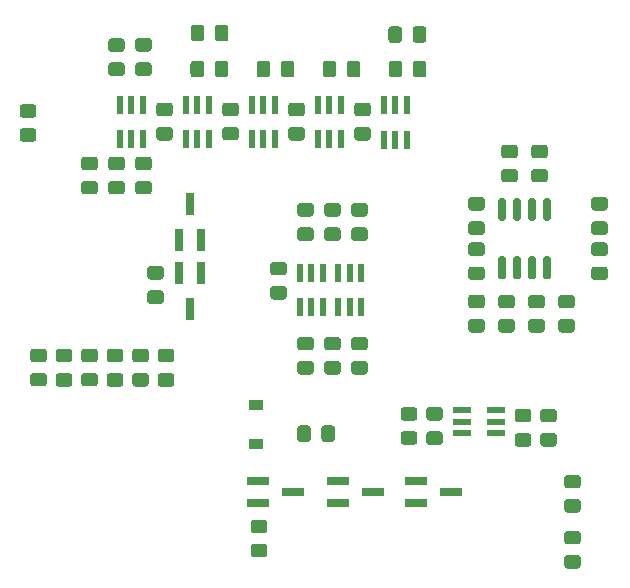
<source format=gbr>
G04 #@! TF.GenerationSoftware,KiCad,Pcbnew,5.1.6-c6e7f7d~87~ubuntu18.04.1*
G04 #@! TF.CreationDate,2020-08-02T08:38:56-04:00*
G04 #@! TF.ProjectId,minimoog_LPF,6d696e69-6d6f-46f6-975f-4c50462e6b69,0*
G04 #@! TF.SameCoordinates,Original*
G04 #@! TF.FileFunction,Paste,Top*
G04 #@! TF.FilePolarity,Positive*
%FSLAX46Y46*%
G04 Gerber Fmt 4.6, Leading zero omitted, Abs format (unit mm)*
G04 Created by KiCad (PCBNEW 5.1.6-c6e7f7d~87~ubuntu18.04.1) date 2020-08-02 08:38:56*
%MOMM*%
%LPD*%
G01*
G04 APERTURE LIST*
%ADD10R,0.800000X1.900000*%
%ADD11R,1.900000X0.800000*%
%ADD12R,1.500000X0.550000*%
%ADD13R,0.550000X1.500000*%
%ADD14R,1.200000X0.900000*%
G04 APERTURE END LIST*
D10*
X147447000Y-93877000D03*
X148397000Y-96877000D03*
X146497000Y-96877000D03*
X147447000Y-102719000D03*
X146497000Y-99719000D03*
X148397000Y-99719000D03*
G36*
G01*
X177523000Y-98274000D02*
X177823000Y-98274000D01*
G75*
G02*
X177973000Y-98424000I0J-150000D01*
G01*
X177973000Y-100074000D01*
G75*
G02*
X177823000Y-100224000I-150000J0D01*
G01*
X177523000Y-100224000D01*
G75*
G02*
X177373000Y-100074000I0J150000D01*
G01*
X177373000Y-98424000D01*
G75*
G02*
X177523000Y-98274000I150000J0D01*
G01*
G37*
G36*
G01*
X176253000Y-98274000D02*
X176553000Y-98274000D01*
G75*
G02*
X176703000Y-98424000I0J-150000D01*
G01*
X176703000Y-100074000D01*
G75*
G02*
X176553000Y-100224000I-150000J0D01*
G01*
X176253000Y-100224000D01*
G75*
G02*
X176103000Y-100074000I0J150000D01*
G01*
X176103000Y-98424000D01*
G75*
G02*
X176253000Y-98274000I150000J0D01*
G01*
G37*
G36*
G01*
X174983000Y-98274000D02*
X175283000Y-98274000D01*
G75*
G02*
X175433000Y-98424000I0J-150000D01*
G01*
X175433000Y-100074000D01*
G75*
G02*
X175283000Y-100224000I-150000J0D01*
G01*
X174983000Y-100224000D01*
G75*
G02*
X174833000Y-100074000I0J150000D01*
G01*
X174833000Y-98424000D01*
G75*
G02*
X174983000Y-98274000I150000J0D01*
G01*
G37*
G36*
G01*
X173713000Y-98274000D02*
X174013000Y-98274000D01*
G75*
G02*
X174163000Y-98424000I0J-150000D01*
G01*
X174163000Y-100074000D01*
G75*
G02*
X174013000Y-100224000I-150000J0D01*
G01*
X173713000Y-100224000D01*
G75*
G02*
X173563000Y-100074000I0J150000D01*
G01*
X173563000Y-98424000D01*
G75*
G02*
X173713000Y-98274000I150000J0D01*
G01*
G37*
G36*
G01*
X173713000Y-93324000D02*
X174013000Y-93324000D01*
G75*
G02*
X174163000Y-93474000I0J-150000D01*
G01*
X174163000Y-95124000D01*
G75*
G02*
X174013000Y-95274000I-150000J0D01*
G01*
X173713000Y-95274000D01*
G75*
G02*
X173563000Y-95124000I0J150000D01*
G01*
X173563000Y-93474000D01*
G75*
G02*
X173713000Y-93324000I150000J0D01*
G01*
G37*
G36*
G01*
X174983000Y-93324000D02*
X175283000Y-93324000D01*
G75*
G02*
X175433000Y-93474000I0J-150000D01*
G01*
X175433000Y-95124000D01*
G75*
G02*
X175283000Y-95274000I-150000J0D01*
G01*
X174983000Y-95274000D01*
G75*
G02*
X174833000Y-95124000I0J150000D01*
G01*
X174833000Y-93474000D01*
G75*
G02*
X174983000Y-93324000I150000J0D01*
G01*
G37*
G36*
G01*
X176253000Y-93324000D02*
X176553000Y-93324000D01*
G75*
G02*
X176703000Y-93474000I0J-150000D01*
G01*
X176703000Y-95124000D01*
G75*
G02*
X176553000Y-95274000I-150000J0D01*
G01*
X176253000Y-95274000D01*
G75*
G02*
X176103000Y-95124000I0J150000D01*
G01*
X176103000Y-93474000D01*
G75*
G02*
X176253000Y-93324000I150000J0D01*
G01*
G37*
G36*
G01*
X177523000Y-93324000D02*
X177823000Y-93324000D01*
G75*
G02*
X177973000Y-93474000I0J-150000D01*
G01*
X177973000Y-95124000D01*
G75*
G02*
X177823000Y-95274000I-150000J0D01*
G01*
X177523000Y-95274000D01*
G75*
G02*
X177373000Y-95124000I0J150000D01*
G01*
X177373000Y-93474000D01*
G75*
G02*
X177523000Y-93324000I150000J0D01*
G01*
G37*
G36*
G01*
X157674000Y-112833999D02*
X157674000Y-113734001D01*
G75*
G02*
X157424001Y-113984000I-249999J0D01*
G01*
X156773999Y-113984000D01*
G75*
G02*
X156524000Y-113734001I0J249999D01*
G01*
X156524000Y-112833999D01*
G75*
G02*
X156773999Y-112584000I249999J0D01*
G01*
X157424001Y-112584000D01*
G75*
G02*
X157674000Y-112833999I0J-249999D01*
G01*
G37*
G36*
G01*
X159724000Y-112833999D02*
X159724000Y-113734001D01*
G75*
G02*
X159474001Y-113984000I-249999J0D01*
G01*
X158823999Y-113984000D01*
G75*
G02*
X158574000Y-113734001I0J249999D01*
G01*
X158574000Y-112833999D01*
G75*
G02*
X158823999Y-112584000I249999J0D01*
G01*
X159474001Y-112584000D01*
G75*
G02*
X159724000Y-112833999I0J-249999D01*
G01*
G37*
G36*
G01*
X152838999Y-122615000D02*
X153739001Y-122615000D01*
G75*
G02*
X153989000Y-122864999I0J-249999D01*
G01*
X153989000Y-123515001D01*
G75*
G02*
X153739001Y-123765000I-249999J0D01*
G01*
X152838999Y-123765000D01*
G75*
G02*
X152589000Y-123515001I0J249999D01*
G01*
X152589000Y-122864999D01*
G75*
G02*
X152838999Y-122615000I249999J0D01*
G01*
G37*
G36*
G01*
X152838999Y-120565000D02*
X153739001Y-120565000D01*
G75*
G02*
X153989000Y-120814999I0J-249999D01*
G01*
X153989000Y-121465001D01*
G75*
G02*
X153739001Y-121715000I-249999J0D01*
G01*
X152838999Y-121715000D01*
G75*
G02*
X152589000Y-121465001I0J249999D01*
G01*
X152589000Y-120814999D01*
G75*
G02*
X152838999Y-120565000I249999J0D01*
G01*
G37*
G36*
G01*
X165538999Y-113090000D02*
X166439001Y-113090000D01*
G75*
G02*
X166689000Y-113339999I0J-249999D01*
G01*
X166689000Y-113990001D01*
G75*
G02*
X166439001Y-114240000I-249999J0D01*
G01*
X165538999Y-114240000D01*
G75*
G02*
X165289000Y-113990001I0J249999D01*
G01*
X165289000Y-113339999D01*
G75*
G02*
X165538999Y-113090000I249999J0D01*
G01*
G37*
G36*
G01*
X165538999Y-111040000D02*
X166439001Y-111040000D01*
G75*
G02*
X166689000Y-111289999I0J-249999D01*
G01*
X166689000Y-111940001D01*
G75*
G02*
X166439001Y-112190000I-249999J0D01*
G01*
X165538999Y-112190000D01*
G75*
G02*
X165289000Y-111940001I0J249999D01*
G01*
X165289000Y-111289999D01*
G75*
G02*
X165538999Y-111040000I249999J0D01*
G01*
G37*
G36*
G01*
X167697999Y-113090000D02*
X168598001Y-113090000D01*
G75*
G02*
X168848000Y-113339999I0J-249999D01*
G01*
X168848000Y-113990001D01*
G75*
G02*
X168598001Y-114240000I-249999J0D01*
G01*
X167697999Y-114240000D01*
G75*
G02*
X167448000Y-113990001I0J249999D01*
G01*
X167448000Y-113339999D01*
G75*
G02*
X167697999Y-113090000I249999J0D01*
G01*
G37*
G36*
G01*
X167697999Y-111040000D02*
X168598001Y-111040000D01*
G75*
G02*
X168848000Y-111289999I0J-249999D01*
G01*
X168848000Y-111940001D01*
G75*
G02*
X168598001Y-112190000I-249999J0D01*
G01*
X167697999Y-112190000D01*
G75*
G02*
X167448000Y-111940001I0J249999D01*
G01*
X167448000Y-111289999D01*
G75*
G02*
X167697999Y-111040000I249999J0D01*
G01*
G37*
G36*
G01*
X176333999Y-103583000D02*
X177234001Y-103583000D01*
G75*
G02*
X177484000Y-103832999I0J-249999D01*
G01*
X177484000Y-104483001D01*
G75*
G02*
X177234001Y-104733000I-249999J0D01*
G01*
X176333999Y-104733000D01*
G75*
G02*
X176084000Y-104483001I0J249999D01*
G01*
X176084000Y-103832999D01*
G75*
G02*
X176333999Y-103583000I249999J0D01*
G01*
G37*
G36*
G01*
X176333999Y-101533000D02*
X177234001Y-101533000D01*
G75*
G02*
X177484000Y-101782999I0J-249999D01*
G01*
X177484000Y-102433001D01*
G75*
G02*
X177234001Y-102683000I-249999J0D01*
G01*
X176333999Y-102683000D01*
G75*
G02*
X176084000Y-102433001I0J249999D01*
G01*
X176084000Y-101782999D01*
G75*
G02*
X176333999Y-101533000I249999J0D01*
G01*
G37*
G36*
G01*
X173793999Y-103583000D02*
X174694001Y-103583000D01*
G75*
G02*
X174944000Y-103832999I0J-249999D01*
G01*
X174944000Y-104483001D01*
G75*
G02*
X174694001Y-104733000I-249999J0D01*
G01*
X173793999Y-104733000D01*
G75*
G02*
X173544000Y-104483001I0J249999D01*
G01*
X173544000Y-103832999D01*
G75*
G02*
X173793999Y-103583000I249999J0D01*
G01*
G37*
G36*
G01*
X173793999Y-101533000D02*
X174694001Y-101533000D01*
G75*
G02*
X174944000Y-101782999I0J-249999D01*
G01*
X174944000Y-102433001D01*
G75*
G02*
X174694001Y-102683000I-249999J0D01*
G01*
X173793999Y-102683000D01*
G75*
G02*
X173544000Y-102433001I0J249999D01*
G01*
X173544000Y-101782999D01*
G75*
G02*
X173793999Y-101533000I249999J0D01*
G01*
G37*
G36*
G01*
X175190999Y-113235000D02*
X176091001Y-113235000D01*
G75*
G02*
X176341000Y-113484999I0J-249999D01*
G01*
X176341000Y-114135001D01*
G75*
G02*
X176091001Y-114385000I-249999J0D01*
G01*
X175190999Y-114385000D01*
G75*
G02*
X174941000Y-114135001I0J249999D01*
G01*
X174941000Y-113484999D01*
G75*
G02*
X175190999Y-113235000I249999J0D01*
G01*
G37*
G36*
G01*
X175190999Y-111185000D02*
X176091001Y-111185000D01*
G75*
G02*
X176341000Y-111434999I0J-249999D01*
G01*
X176341000Y-112085001D01*
G75*
G02*
X176091001Y-112335000I-249999J0D01*
G01*
X175190999Y-112335000D01*
G75*
G02*
X174941000Y-112085001I0J249999D01*
G01*
X174941000Y-111434999D01*
G75*
G02*
X175190999Y-111185000I249999J0D01*
G01*
G37*
G36*
G01*
X178250001Y-112335000D02*
X177349999Y-112335000D01*
G75*
G02*
X177100000Y-112085001I0J249999D01*
G01*
X177100000Y-111434999D01*
G75*
G02*
X177349999Y-111185000I249999J0D01*
G01*
X178250001Y-111185000D01*
G75*
G02*
X178500000Y-111434999I0J-249999D01*
G01*
X178500000Y-112085001D01*
G75*
G02*
X178250001Y-112335000I-249999J0D01*
G01*
G37*
G36*
G01*
X178250001Y-114385000D02*
X177349999Y-114385000D01*
G75*
G02*
X177100000Y-114135001I0J249999D01*
G01*
X177100000Y-113484999D01*
G75*
G02*
X177349999Y-113235000I249999J0D01*
G01*
X178250001Y-113235000D01*
G75*
G02*
X178500000Y-113484999I0J-249999D01*
G01*
X178500000Y-114135001D01*
G75*
G02*
X178250001Y-114385000I-249999J0D01*
G01*
G37*
G36*
G01*
X172154001Y-102674000D02*
X171253999Y-102674000D01*
G75*
G02*
X171004000Y-102424001I0J249999D01*
G01*
X171004000Y-101773999D01*
G75*
G02*
X171253999Y-101524000I249999J0D01*
G01*
X172154001Y-101524000D01*
G75*
G02*
X172404000Y-101773999I0J-249999D01*
G01*
X172404000Y-102424001D01*
G75*
G02*
X172154001Y-102674000I-249999J0D01*
G01*
G37*
G36*
G01*
X172154001Y-104724000D02*
X171253999Y-104724000D01*
G75*
G02*
X171004000Y-104474001I0J249999D01*
G01*
X171004000Y-103823999D01*
G75*
G02*
X171253999Y-103574000I249999J0D01*
G01*
X172154001Y-103574000D01*
G75*
G02*
X172404000Y-103823999I0J-249999D01*
G01*
X172404000Y-104474001D01*
G75*
G02*
X172154001Y-104724000I-249999J0D01*
G01*
G37*
G36*
G01*
X179774001Y-102683000D02*
X178873999Y-102683000D01*
G75*
G02*
X178624000Y-102433001I0J249999D01*
G01*
X178624000Y-101782999D01*
G75*
G02*
X178873999Y-101533000I249999J0D01*
G01*
X179774001Y-101533000D01*
G75*
G02*
X180024000Y-101782999I0J-249999D01*
G01*
X180024000Y-102433001D01*
G75*
G02*
X179774001Y-102683000I-249999J0D01*
G01*
G37*
G36*
G01*
X179774001Y-104733000D02*
X178873999Y-104733000D01*
G75*
G02*
X178624000Y-104483001I0J249999D01*
G01*
X178624000Y-103832999D01*
G75*
G02*
X178873999Y-103583000I249999J0D01*
G01*
X179774001Y-103583000D01*
G75*
G02*
X180024000Y-103832999I0J-249999D01*
G01*
X180024000Y-104483001D01*
G75*
G02*
X179774001Y-104733000I-249999J0D01*
G01*
G37*
G36*
G01*
X159061999Y-107139000D02*
X159962001Y-107139000D01*
G75*
G02*
X160212000Y-107388999I0J-249999D01*
G01*
X160212000Y-108039001D01*
G75*
G02*
X159962001Y-108289000I-249999J0D01*
G01*
X159061999Y-108289000D01*
G75*
G02*
X158812000Y-108039001I0J249999D01*
G01*
X158812000Y-107388999D01*
G75*
G02*
X159061999Y-107139000I249999J0D01*
G01*
G37*
G36*
G01*
X159061999Y-105089000D02*
X159962001Y-105089000D01*
G75*
G02*
X160212000Y-105338999I0J-249999D01*
G01*
X160212000Y-105989001D01*
G75*
G02*
X159962001Y-106239000I-249999J0D01*
G01*
X159061999Y-106239000D01*
G75*
G02*
X158812000Y-105989001I0J249999D01*
G01*
X158812000Y-105338999D01*
G75*
G02*
X159061999Y-105089000I249999J0D01*
G01*
G37*
G36*
G01*
X156775999Y-107139000D02*
X157676001Y-107139000D01*
G75*
G02*
X157926000Y-107388999I0J-249999D01*
G01*
X157926000Y-108039001D01*
G75*
G02*
X157676001Y-108289000I-249999J0D01*
G01*
X156775999Y-108289000D01*
G75*
G02*
X156526000Y-108039001I0J249999D01*
G01*
X156526000Y-107388999D01*
G75*
G02*
X156775999Y-107139000I249999J0D01*
G01*
G37*
G36*
G01*
X156775999Y-105089000D02*
X157676001Y-105089000D01*
G75*
G02*
X157926000Y-105338999I0J-249999D01*
G01*
X157926000Y-105989001D01*
G75*
G02*
X157676001Y-106239000I-249999J0D01*
G01*
X156775999Y-106239000D01*
G75*
G02*
X156526000Y-105989001I0J249999D01*
G01*
X156526000Y-105338999D01*
G75*
G02*
X156775999Y-105089000I249999J0D01*
G01*
G37*
G36*
G01*
X159061999Y-95818000D02*
X159962001Y-95818000D01*
G75*
G02*
X160212000Y-96067999I0J-249999D01*
G01*
X160212000Y-96718001D01*
G75*
G02*
X159962001Y-96968000I-249999J0D01*
G01*
X159061999Y-96968000D01*
G75*
G02*
X158812000Y-96718001I0J249999D01*
G01*
X158812000Y-96067999D01*
G75*
G02*
X159061999Y-95818000I249999J0D01*
G01*
G37*
G36*
G01*
X159061999Y-93768000D02*
X159962001Y-93768000D01*
G75*
G02*
X160212000Y-94017999I0J-249999D01*
G01*
X160212000Y-94668001D01*
G75*
G02*
X159962001Y-94918000I-249999J0D01*
G01*
X159061999Y-94918000D01*
G75*
G02*
X158812000Y-94668001I0J249999D01*
G01*
X158812000Y-94017999D01*
G75*
G02*
X159061999Y-93768000I249999J0D01*
G01*
G37*
G36*
G01*
X155390001Y-99889000D02*
X154489999Y-99889000D01*
G75*
G02*
X154240000Y-99639001I0J249999D01*
G01*
X154240000Y-98988999D01*
G75*
G02*
X154489999Y-98739000I249999J0D01*
G01*
X155390001Y-98739000D01*
G75*
G02*
X155640000Y-98988999I0J-249999D01*
G01*
X155640000Y-99639001D01*
G75*
G02*
X155390001Y-99889000I-249999J0D01*
G01*
G37*
G36*
G01*
X155390001Y-101939000D02*
X154489999Y-101939000D01*
G75*
G02*
X154240000Y-101689001I0J249999D01*
G01*
X154240000Y-101038999D01*
G75*
G02*
X154489999Y-100789000I249999J0D01*
G01*
X155390001Y-100789000D01*
G75*
G02*
X155640000Y-101038999I0J-249999D01*
G01*
X155640000Y-101689001D01*
G75*
G02*
X155390001Y-101939000I-249999J0D01*
G01*
G37*
G36*
G01*
X162248001Y-106239000D02*
X161347999Y-106239000D01*
G75*
G02*
X161098000Y-105989001I0J249999D01*
G01*
X161098000Y-105338999D01*
G75*
G02*
X161347999Y-105089000I249999J0D01*
G01*
X162248001Y-105089000D01*
G75*
G02*
X162498000Y-105338999I0J-249999D01*
G01*
X162498000Y-105989001D01*
G75*
G02*
X162248001Y-106239000I-249999J0D01*
G01*
G37*
G36*
G01*
X162248001Y-108289000D02*
X161347999Y-108289000D01*
G75*
G02*
X161098000Y-108039001I0J249999D01*
G01*
X161098000Y-107388999D01*
G75*
G02*
X161347999Y-107139000I249999J0D01*
G01*
X162248001Y-107139000D01*
G75*
G02*
X162498000Y-107388999I0J-249999D01*
G01*
X162498000Y-108039001D01*
G75*
G02*
X162248001Y-108289000I-249999J0D01*
G01*
G37*
G36*
G01*
X157676001Y-94918000D02*
X156775999Y-94918000D01*
G75*
G02*
X156526000Y-94668001I0J249999D01*
G01*
X156526000Y-94017999D01*
G75*
G02*
X156775999Y-93768000I249999J0D01*
G01*
X157676001Y-93768000D01*
G75*
G02*
X157926000Y-94017999I0J-249999D01*
G01*
X157926000Y-94668001D01*
G75*
G02*
X157676001Y-94918000I-249999J0D01*
G01*
G37*
G36*
G01*
X157676001Y-96968000D02*
X156775999Y-96968000D01*
G75*
G02*
X156526000Y-96718001I0J249999D01*
G01*
X156526000Y-96067999D01*
G75*
G02*
X156775999Y-95818000I249999J0D01*
G01*
X157676001Y-95818000D01*
G75*
G02*
X157926000Y-96067999I0J-249999D01*
G01*
X157926000Y-96718001D01*
G75*
G02*
X157676001Y-96968000I-249999J0D01*
G01*
G37*
G36*
G01*
X162248001Y-94918000D02*
X161347999Y-94918000D01*
G75*
G02*
X161098000Y-94668001I0J249999D01*
G01*
X161098000Y-94017999D01*
G75*
G02*
X161347999Y-93768000I249999J0D01*
G01*
X162248001Y-93768000D01*
G75*
G02*
X162498000Y-94017999I0J-249999D01*
G01*
X162498000Y-94668001D01*
G75*
G02*
X162248001Y-94918000I-249999J0D01*
G01*
G37*
G36*
G01*
X162248001Y-96968000D02*
X161347999Y-96968000D01*
G75*
G02*
X161098000Y-96718001I0J249999D01*
G01*
X161098000Y-96067999D01*
G75*
G02*
X161347999Y-95818000I249999J0D01*
G01*
X162248001Y-95818000D01*
G75*
G02*
X162498000Y-96067999I0J-249999D01*
G01*
X162498000Y-96718001D01*
G75*
G02*
X162248001Y-96968000I-249999J0D01*
G01*
G37*
G36*
G01*
X141674001Y-90981000D02*
X140773999Y-90981000D01*
G75*
G02*
X140524000Y-90731001I0J249999D01*
G01*
X140524000Y-90080999D01*
G75*
G02*
X140773999Y-89831000I249999J0D01*
G01*
X141674001Y-89831000D01*
G75*
G02*
X141924000Y-90080999I0J-249999D01*
G01*
X141924000Y-90731001D01*
G75*
G02*
X141674001Y-90981000I-249999J0D01*
G01*
G37*
G36*
G01*
X141674001Y-93031000D02*
X140773999Y-93031000D01*
G75*
G02*
X140524000Y-92781001I0J249999D01*
G01*
X140524000Y-92130999D01*
G75*
G02*
X140773999Y-91881000I249999J0D01*
G01*
X141674001Y-91881000D01*
G75*
G02*
X141924000Y-92130999I0J-249999D01*
G01*
X141924000Y-92781001D01*
G75*
G02*
X141674001Y-93031000I-249999J0D01*
G01*
G37*
G36*
G01*
X143960001Y-90981000D02*
X143059999Y-90981000D01*
G75*
G02*
X142810000Y-90731001I0J249999D01*
G01*
X142810000Y-90080999D01*
G75*
G02*
X143059999Y-89831000I249999J0D01*
G01*
X143960001Y-89831000D01*
G75*
G02*
X144210000Y-90080999I0J-249999D01*
G01*
X144210000Y-90731001D01*
G75*
G02*
X143960001Y-90981000I-249999J0D01*
G01*
G37*
G36*
G01*
X143960001Y-93031000D02*
X143059999Y-93031000D01*
G75*
G02*
X142810000Y-92781001I0J249999D01*
G01*
X142810000Y-92130999D01*
G75*
G02*
X143059999Y-91881000I249999J0D01*
G01*
X143960001Y-91881000D01*
G75*
G02*
X144210000Y-92130999I0J-249999D01*
G01*
X144210000Y-92781001D01*
G75*
G02*
X143960001Y-93031000I-249999J0D01*
G01*
G37*
G36*
G01*
X138487999Y-91881000D02*
X139388001Y-91881000D01*
G75*
G02*
X139638000Y-92130999I0J-249999D01*
G01*
X139638000Y-92781001D01*
G75*
G02*
X139388001Y-93031000I-249999J0D01*
G01*
X138487999Y-93031000D01*
G75*
G02*
X138238000Y-92781001I0J249999D01*
G01*
X138238000Y-92130999D01*
G75*
G02*
X138487999Y-91881000I249999J0D01*
G01*
G37*
G36*
G01*
X138487999Y-89831000D02*
X139388001Y-89831000D01*
G75*
G02*
X139638000Y-90080999I0J-249999D01*
G01*
X139638000Y-90731001D01*
G75*
G02*
X139388001Y-90981000I-249999J0D01*
G01*
X138487999Y-90981000D01*
G75*
G02*
X138238000Y-90731001I0J249999D01*
G01*
X138238000Y-90080999D01*
G75*
G02*
X138487999Y-89831000I249999J0D01*
G01*
G37*
G36*
G01*
X134181001Y-86536000D02*
X133280999Y-86536000D01*
G75*
G02*
X133031000Y-86286001I0J249999D01*
G01*
X133031000Y-85635999D01*
G75*
G02*
X133280999Y-85386000I249999J0D01*
G01*
X134181001Y-85386000D01*
G75*
G02*
X134431000Y-85635999I0J-249999D01*
G01*
X134431000Y-86286001D01*
G75*
G02*
X134181001Y-86536000I-249999J0D01*
G01*
G37*
G36*
G01*
X134181001Y-88586000D02*
X133280999Y-88586000D01*
G75*
G02*
X133031000Y-88336001I0J249999D01*
G01*
X133031000Y-87685999D01*
G75*
G02*
X133280999Y-87436000I249999J0D01*
G01*
X134181001Y-87436000D01*
G75*
G02*
X134431000Y-87685999I0J-249999D01*
G01*
X134431000Y-88336001D01*
G75*
G02*
X134181001Y-88586000I-249999J0D01*
G01*
G37*
G36*
G01*
X150707000Y-78924999D02*
X150707000Y-79825001D01*
G75*
G02*
X150457001Y-80075000I-249999J0D01*
G01*
X149806999Y-80075000D01*
G75*
G02*
X149557000Y-79825001I0J249999D01*
G01*
X149557000Y-78924999D01*
G75*
G02*
X149806999Y-78675000I249999J0D01*
G01*
X150457001Y-78675000D01*
G75*
G02*
X150707000Y-78924999I0J-249999D01*
G01*
G37*
G36*
G01*
X148657000Y-78924999D02*
X148657000Y-79825001D01*
G75*
G02*
X148407001Y-80075000I-249999J0D01*
G01*
X147756999Y-80075000D01*
G75*
G02*
X147507000Y-79825001I0J249999D01*
G01*
X147507000Y-78924999D01*
G75*
G02*
X147756999Y-78675000I249999J0D01*
G01*
X148407001Y-78675000D01*
G75*
G02*
X148657000Y-78924999I0J-249999D01*
G01*
G37*
G36*
G01*
X150689000Y-81972999D02*
X150689000Y-82873001D01*
G75*
G02*
X150439001Y-83123000I-249999J0D01*
G01*
X149788999Y-83123000D01*
G75*
G02*
X149539000Y-82873001I0J249999D01*
G01*
X149539000Y-81972999D01*
G75*
G02*
X149788999Y-81723000I249999J0D01*
G01*
X150439001Y-81723000D01*
G75*
G02*
X150689000Y-81972999I0J-249999D01*
G01*
G37*
G36*
G01*
X148639000Y-81972999D02*
X148639000Y-82873001D01*
G75*
G02*
X148389001Y-83123000I-249999J0D01*
G01*
X147738999Y-83123000D01*
G75*
G02*
X147489000Y-82873001I0J249999D01*
G01*
X147489000Y-81972999D01*
G75*
G02*
X147738999Y-81723000I249999J0D01*
G01*
X148389001Y-81723000D01*
G75*
G02*
X148639000Y-81972999I0J-249999D01*
G01*
G37*
G36*
G01*
X156286000Y-81972999D02*
X156286000Y-82873001D01*
G75*
G02*
X156036001Y-83123000I-249999J0D01*
G01*
X155385999Y-83123000D01*
G75*
G02*
X155136000Y-82873001I0J249999D01*
G01*
X155136000Y-81972999D01*
G75*
G02*
X155385999Y-81723000I249999J0D01*
G01*
X156036001Y-81723000D01*
G75*
G02*
X156286000Y-81972999I0J-249999D01*
G01*
G37*
G36*
G01*
X154236000Y-81972999D02*
X154236000Y-82873001D01*
G75*
G02*
X153986001Y-83123000I-249999J0D01*
G01*
X153335999Y-83123000D01*
G75*
G02*
X153086000Y-82873001I0J249999D01*
G01*
X153086000Y-81972999D01*
G75*
G02*
X153335999Y-81723000I249999J0D01*
G01*
X153986001Y-81723000D01*
G75*
G02*
X154236000Y-81972999I0J-249999D01*
G01*
G37*
G36*
G01*
X161883000Y-81972999D02*
X161883000Y-82873001D01*
G75*
G02*
X161633001Y-83123000I-249999J0D01*
G01*
X160982999Y-83123000D01*
G75*
G02*
X160733000Y-82873001I0J249999D01*
G01*
X160733000Y-81972999D01*
G75*
G02*
X160982999Y-81723000I249999J0D01*
G01*
X161633001Y-81723000D01*
G75*
G02*
X161883000Y-81972999I0J-249999D01*
G01*
G37*
G36*
G01*
X159833000Y-81972999D02*
X159833000Y-82873001D01*
G75*
G02*
X159583001Y-83123000I-249999J0D01*
G01*
X158932999Y-83123000D01*
G75*
G02*
X158683000Y-82873001I0J249999D01*
G01*
X158683000Y-81972999D01*
G75*
G02*
X158932999Y-81723000I249999J0D01*
G01*
X159583001Y-81723000D01*
G75*
G02*
X159833000Y-81972999I0J-249999D01*
G01*
G37*
G36*
G01*
X167471000Y-81972999D02*
X167471000Y-82873001D01*
G75*
G02*
X167221001Y-83123000I-249999J0D01*
G01*
X166570999Y-83123000D01*
G75*
G02*
X166321000Y-82873001I0J249999D01*
G01*
X166321000Y-81972999D01*
G75*
G02*
X166570999Y-81723000I249999J0D01*
G01*
X167221001Y-81723000D01*
G75*
G02*
X167471000Y-81972999I0J-249999D01*
G01*
G37*
G36*
G01*
X165421000Y-81972999D02*
X165421000Y-82873001D01*
G75*
G02*
X165171001Y-83123000I-249999J0D01*
G01*
X164520999Y-83123000D01*
G75*
G02*
X164271000Y-82873001I0J249999D01*
G01*
X164271000Y-81972999D01*
G75*
G02*
X164520999Y-81723000I249999J0D01*
G01*
X165171001Y-81723000D01*
G75*
G02*
X165421000Y-81972999I0J-249999D01*
G01*
G37*
G36*
G01*
X143059999Y-79798000D02*
X143960001Y-79798000D01*
G75*
G02*
X144210000Y-80047999I0J-249999D01*
G01*
X144210000Y-80698001D01*
G75*
G02*
X143960001Y-80948000I-249999J0D01*
G01*
X143059999Y-80948000D01*
G75*
G02*
X142810000Y-80698001I0J249999D01*
G01*
X142810000Y-80047999D01*
G75*
G02*
X143059999Y-79798000I249999J0D01*
G01*
G37*
G36*
G01*
X143059999Y-81848000D02*
X143960001Y-81848000D01*
G75*
G02*
X144210000Y-82097999I0J-249999D01*
G01*
X144210000Y-82748001D01*
G75*
G02*
X143960001Y-82998000I-249999J0D01*
G01*
X143059999Y-82998000D01*
G75*
G02*
X142810000Y-82748001I0J249999D01*
G01*
X142810000Y-82097999D01*
G75*
G02*
X143059999Y-81848000I249999J0D01*
G01*
G37*
G36*
G01*
X144075999Y-101152000D02*
X144976001Y-101152000D01*
G75*
G02*
X145226000Y-101401999I0J-249999D01*
G01*
X145226000Y-102052001D01*
G75*
G02*
X144976001Y-102302000I-249999J0D01*
G01*
X144075999Y-102302000D01*
G75*
G02*
X143826000Y-102052001I0J249999D01*
G01*
X143826000Y-101401999D01*
G75*
G02*
X144075999Y-101152000I249999J0D01*
G01*
G37*
G36*
G01*
X144075999Y-99102000D02*
X144976001Y-99102000D01*
G75*
G02*
X145226000Y-99351999I0J-249999D01*
G01*
X145226000Y-100002001D01*
G75*
G02*
X144976001Y-100252000I-249999J0D01*
G01*
X144075999Y-100252000D01*
G75*
G02*
X143826000Y-100002001I0J249999D01*
G01*
X143826000Y-99351999D01*
G75*
G02*
X144075999Y-99102000I249999J0D01*
G01*
G37*
G36*
G01*
X142805999Y-108146000D02*
X143706001Y-108146000D01*
G75*
G02*
X143956000Y-108395999I0J-249999D01*
G01*
X143956000Y-109046001D01*
G75*
G02*
X143706001Y-109296000I-249999J0D01*
G01*
X142805999Y-109296000D01*
G75*
G02*
X142556000Y-109046001I0J249999D01*
G01*
X142556000Y-108395999D01*
G75*
G02*
X142805999Y-108146000I249999J0D01*
G01*
G37*
G36*
G01*
X142805999Y-106096000D02*
X143706001Y-106096000D01*
G75*
G02*
X143956000Y-106345999I0J-249999D01*
G01*
X143956000Y-106996001D01*
G75*
G02*
X143706001Y-107246000I-249999J0D01*
G01*
X142805999Y-107246000D01*
G75*
G02*
X142556000Y-106996001I0J249999D01*
G01*
X142556000Y-106345999D01*
G75*
G02*
X142805999Y-106096000I249999J0D01*
G01*
G37*
G36*
G01*
X140646999Y-108155000D02*
X141547001Y-108155000D01*
G75*
G02*
X141797000Y-108404999I0J-249999D01*
G01*
X141797000Y-109055001D01*
G75*
G02*
X141547001Y-109305000I-249999J0D01*
G01*
X140646999Y-109305000D01*
G75*
G02*
X140397000Y-109055001I0J249999D01*
G01*
X140397000Y-108404999D01*
G75*
G02*
X140646999Y-108155000I249999J0D01*
G01*
G37*
G36*
G01*
X140646999Y-106105000D02*
X141547001Y-106105000D01*
G75*
G02*
X141797000Y-106354999I0J-249999D01*
G01*
X141797000Y-107005001D01*
G75*
G02*
X141547001Y-107255000I-249999J0D01*
G01*
X140646999Y-107255000D01*
G75*
G02*
X140397000Y-107005001I0J249999D01*
G01*
X140397000Y-106354999D01*
G75*
G02*
X140646999Y-106105000I249999J0D01*
G01*
G37*
G36*
G01*
X141674001Y-83007000D02*
X140773999Y-83007000D01*
G75*
G02*
X140524000Y-82757001I0J249999D01*
G01*
X140524000Y-82106999D01*
G75*
G02*
X140773999Y-81857000I249999J0D01*
G01*
X141674001Y-81857000D01*
G75*
G02*
X141924000Y-82106999I0J-249999D01*
G01*
X141924000Y-82757001D01*
G75*
G02*
X141674001Y-83007000I-249999J0D01*
G01*
G37*
G36*
G01*
X141674001Y-80957000D02*
X140773999Y-80957000D01*
G75*
G02*
X140524000Y-80707001I0J249999D01*
G01*
X140524000Y-80056999D01*
G75*
G02*
X140773999Y-79807000I249999J0D01*
G01*
X141674001Y-79807000D01*
G75*
G02*
X141924000Y-80056999I0J-249999D01*
G01*
X141924000Y-80707001D01*
G75*
G02*
X141674001Y-80957000I-249999J0D01*
G01*
G37*
G36*
G01*
X136328999Y-108155000D02*
X137229001Y-108155000D01*
G75*
G02*
X137479000Y-108404999I0J-249999D01*
G01*
X137479000Y-109055001D01*
G75*
G02*
X137229001Y-109305000I-249999J0D01*
G01*
X136328999Y-109305000D01*
G75*
G02*
X136079000Y-109055001I0J249999D01*
G01*
X136079000Y-108404999D01*
G75*
G02*
X136328999Y-108155000I249999J0D01*
G01*
G37*
G36*
G01*
X136328999Y-106105000D02*
X137229001Y-106105000D01*
G75*
G02*
X137479000Y-106354999I0J-249999D01*
G01*
X137479000Y-107005001D01*
G75*
G02*
X137229001Y-107255000I-249999J0D01*
G01*
X136328999Y-107255000D01*
G75*
G02*
X136079000Y-107005001I0J249999D01*
G01*
X136079000Y-106354999D01*
G75*
G02*
X136328999Y-106105000I249999J0D01*
G01*
G37*
G36*
G01*
X134169999Y-108137000D02*
X135070001Y-108137000D01*
G75*
G02*
X135320000Y-108386999I0J-249999D01*
G01*
X135320000Y-109037001D01*
G75*
G02*
X135070001Y-109287000I-249999J0D01*
G01*
X134169999Y-109287000D01*
G75*
G02*
X133920000Y-109037001I0J249999D01*
G01*
X133920000Y-108386999D01*
G75*
G02*
X134169999Y-108137000I249999J0D01*
G01*
G37*
G36*
G01*
X134169999Y-106087000D02*
X135070001Y-106087000D01*
G75*
G02*
X135320000Y-106336999I0J-249999D01*
G01*
X135320000Y-106987001D01*
G75*
G02*
X135070001Y-107237000I-249999J0D01*
G01*
X134169999Y-107237000D01*
G75*
G02*
X133920000Y-106987001I0J249999D01*
G01*
X133920000Y-106336999D01*
G75*
G02*
X134169999Y-106087000I249999J0D01*
G01*
G37*
G36*
G01*
X176587999Y-90865000D02*
X177488001Y-90865000D01*
G75*
G02*
X177738000Y-91114999I0J-249999D01*
G01*
X177738000Y-91765001D01*
G75*
G02*
X177488001Y-92015000I-249999J0D01*
G01*
X176587999Y-92015000D01*
G75*
G02*
X176338000Y-91765001I0J249999D01*
G01*
X176338000Y-91114999D01*
G75*
G02*
X176587999Y-90865000I249999J0D01*
G01*
G37*
G36*
G01*
X176587999Y-88815000D02*
X177488001Y-88815000D01*
G75*
G02*
X177738000Y-89064999I0J-249999D01*
G01*
X177738000Y-89715001D01*
G75*
G02*
X177488001Y-89965000I-249999J0D01*
G01*
X176587999Y-89965000D01*
G75*
G02*
X176338000Y-89715001I0J249999D01*
G01*
X176338000Y-89064999D01*
G75*
G02*
X176587999Y-88815000I249999J0D01*
G01*
G37*
G36*
G01*
X174047999Y-90865000D02*
X174948001Y-90865000D01*
G75*
G02*
X175198000Y-91114999I0J-249999D01*
G01*
X175198000Y-91765001D01*
G75*
G02*
X174948001Y-92015000I-249999J0D01*
G01*
X174047999Y-92015000D01*
G75*
G02*
X173798000Y-91765001I0J249999D01*
G01*
X173798000Y-91114999D01*
G75*
G02*
X174047999Y-90865000I249999J0D01*
G01*
G37*
G36*
G01*
X174047999Y-88815000D02*
X174948001Y-88815000D01*
G75*
G02*
X175198000Y-89064999I0J-249999D01*
G01*
X175198000Y-89715001D01*
G75*
G02*
X174948001Y-89965000I-249999J0D01*
G01*
X174047999Y-89965000D01*
G75*
G02*
X173798000Y-89715001I0J249999D01*
G01*
X173798000Y-89064999D01*
G75*
G02*
X174047999Y-88815000I249999J0D01*
G01*
G37*
D11*
X156210000Y-118237000D03*
X153210000Y-119187000D03*
X153210000Y-117287000D03*
X162941000Y-118237000D03*
X159941000Y-119187000D03*
X159941000Y-117287000D03*
X169545000Y-118237000D03*
X166545000Y-119187000D03*
X166545000Y-117287000D03*
D12*
X170455000Y-113218000D03*
X170455000Y-112268000D03*
X170455000Y-111318000D03*
X173355000Y-111318000D03*
X173355000Y-112268000D03*
X173355000Y-113218000D03*
D13*
X158684000Y-102542000D03*
X157734000Y-102542000D03*
X156784000Y-102542000D03*
X156784000Y-99642000D03*
X157734000Y-99642000D03*
X158684000Y-99642000D03*
X161920000Y-102542000D03*
X160970000Y-102542000D03*
X160020000Y-102542000D03*
X160020000Y-99642000D03*
X160970000Y-99642000D03*
X161920000Y-99642000D03*
X165796000Y-88392000D03*
X164846000Y-88392000D03*
X163896000Y-88392000D03*
X163896000Y-85492000D03*
X164846000Y-85492000D03*
X165796000Y-85492000D03*
X160208000Y-88318000D03*
X159258000Y-88318000D03*
X158308000Y-88318000D03*
X158308000Y-85418000D03*
X159258000Y-85418000D03*
X160208000Y-85418000D03*
X154620000Y-88318000D03*
X153670000Y-88318000D03*
X152720000Y-88318000D03*
X152720000Y-85418000D03*
X153670000Y-85418000D03*
X154620000Y-85418000D03*
X149032000Y-88318000D03*
X148082000Y-88318000D03*
X147132000Y-88318000D03*
X147132000Y-85418000D03*
X148082000Y-85418000D03*
X149032000Y-85418000D03*
X143444000Y-88318000D03*
X142494000Y-88318000D03*
X141544000Y-88318000D03*
X141544000Y-85418000D03*
X142494000Y-85418000D03*
X143444000Y-85418000D03*
D14*
X153035000Y-110873000D03*
X153035000Y-114173000D03*
G36*
G01*
X181667999Y-95310000D02*
X182568001Y-95310000D01*
G75*
G02*
X182818000Y-95559999I0J-249999D01*
G01*
X182818000Y-96210001D01*
G75*
G02*
X182568001Y-96460000I-249999J0D01*
G01*
X181667999Y-96460000D01*
G75*
G02*
X181418000Y-96210001I0J249999D01*
G01*
X181418000Y-95559999D01*
G75*
G02*
X181667999Y-95310000I249999J0D01*
G01*
G37*
G36*
G01*
X181667999Y-93260000D02*
X182568001Y-93260000D01*
G75*
G02*
X182818000Y-93509999I0J-249999D01*
G01*
X182818000Y-94160001D01*
G75*
G02*
X182568001Y-94410000I-249999J0D01*
G01*
X181667999Y-94410000D01*
G75*
G02*
X181418000Y-94160001I0J249999D01*
G01*
X181418000Y-93509999D01*
G75*
G02*
X181667999Y-93260000I249999J0D01*
G01*
G37*
G36*
G01*
X181667999Y-99138000D02*
X182568001Y-99138000D01*
G75*
G02*
X182818000Y-99387999I0J-249999D01*
G01*
X182818000Y-100038001D01*
G75*
G02*
X182568001Y-100288000I-249999J0D01*
G01*
X181667999Y-100288000D01*
G75*
G02*
X181418000Y-100038001I0J249999D01*
G01*
X181418000Y-99387999D01*
G75*
G02*
X181667999Y-99138000I249999J0D01*
G01*
G37*
G36*
G01*
X181667999Y-97088000D02*
X182568001Y-97088000D01*
G75*
G02*
X182818000Y-97337999I0J-249999D01*
G01*
X182818000Y-97988001D01*
G75*
G02*
X182568001Y-98238000I-249999J0D01*
G01*
X181667999Y-98238000D01*
G75*
G02*
X181418000Y-97988001I0J249999D01*
G01*
X181418000Y-97337999D01*
G75*
G02*
X181667999Y-97088000I249999J0D01*
G01*
G37*
G36*
G01*
X171253999Y-95310000D02*
X172154001Y-95310000D01*
G75*
G02*
X172404000Y-95559999I0J-249999D01*
G01*
X172404000Y-96210001D01*
G75*
G02*
X172154001Y-96460000I-249999J0D01*
G01*
X171253999Y-96460000D01*
G75*
G02*
X171004000Y-96210001I0J249999D01*
G01*
X171004000Y-95559999D01*
G75*
G02*
X171253999Y-95310000I249999J0D01*
G01*
G37*
G36*
G01*
X171253999Y-93260000D02*
X172154001Y-93260000D01*
G75*
G02*
X172404000Y-93509999I0J-249999D01*
G01*
X172404000Y-94160001D01*
G75*
G02*
X172154001Y-94410000I-249999J0D01*
G01*
X171253999Y-94410000D01*
G75*
G02*
X171004000Y-94160001I0J249999D01*
G01*
X171004000Y-93509999D01*
G75*
G02*
X171253999Y-93260000I249999J0D01*
G01*
G37*
G36*
G01*
X171253999Y-99138000D02*
X172154001Y-99138000D01*
G75*
G02*
X172404000Y-99387999I0J-249999D01*
G01*
X172404000Y-100038001D01*
G75*
G02*
X172154001Y-100288000I-249999J0D01*
G01*
X171253999Y-100288000D01*
G75*
G02*
X171004000Y-100038001I0J249999D01*
G01*
X171004000Y-99387999D01*
G75*
G02*
X171253999Y-99138000I249999J0D01*
G01*
G37*
G36*
G01*
X171253999Y-97088000D02*
X172154001Y-97088000D01*
G75*
G02*
X172404000Y-97337999I0J-249999D01*
G01*
X172404000Y-97988001D01*
G75*
G02*
X172154001Y-98238000I-249999J0D01*
G01*
X171253999Y-98238000D01*
G75*
G02*
X171004000Y-97988001I0J249999D01*
G01*
X171004000Y-97337999D01*
G75*
G02*
X171253999Y-97088000I249999J0D01*
G01*
G37*
G36*
G01*
X144964999Y-108155000D02*
X145865001Y-108155000D01*
G75*
G02*
X146115000Y-108404999I0J-249999D01*
G01*
X146115000Y-109055001D01*
G75*
G02*
X145865001Y-109305000I-249999J0D01*
G01*
X144964999Y-109305000D01*
G75*
G02*
X144715000Y-109055001I0J249999D01*
G01*
X144715000Y-108404999D01*
G75*
G02*
X144964999Y-108155000I249999J0D01*
G01*
G37*
G36*
G01*
X144964999Y-106105000D02*
X145865001Y-106105000D01*
G75*
G02*
X146115000Y-106354999I0J-249999D01*
G01*
X146115000Y-107005001D01*
G75*
G02*
X145865001Y-107255000I-249999J0D01*
G01*
X144964999Y-107255000D01*
G75*
G02*
X144715000Y-107005001I0J249999D01*
G01*
X144715000Y-106354999D01*
G75*
G02*
X144964999Y-106105000I249999J0D01*
G01*
G37*
G36*
G01*
X167453000Y-79051999D02*
X167453000Y-79952001D01*
G75*
G02*
X167203001Y-80202000I-249999J0D01*
G01*
X166552999Y-80202000D01*
G75*
G02*
X166303000Y-79952001I0J249999D01*
G01*
X166303000Y-79051999D01*
G75*
G02*
X166552999Y-78802000I249999J0D01*
G01*
X167203001Y-78802000D01*
G75*
G02*
X167453000Y-79051999I0J-249999D01*
G01*
G37*
G36*
G01*
X165403000Y-79051999D02*
X165403000Y-79952001D01*
G75*
G02*
X165153001Y-80202000I-249999J0D01*
G01*
X164502999Y-80202000D01*
G75*
G02*
X164253000Y-79952001I0J249999D01*
G01*
X164253000Y-79051999D01*
G75*
G02*
X164502999Y-78802000I249999J0D01*
G01*
X165153001Y-78802000D01*
G75*
G02*
X165403000Y-79051999I0J-249999D01*
G01*
G37*
G36*
G01*
X179381999Y-118823000D02*
X180282001Y-118823000D01*
G75*
G02*
X180532000Y-119072999I0J-249999D01*
G01*
X180532000Y-119723001D01*
G75*
G02*
X180282001Y-119973000I-249999J0D01*
G01*
X179381999Y-119973000D01*
G75*
G02*
X179132000Y-119723001I0J249999D01*
G01*
X179132000Y-119072999D01*
G75*
G02*
X179381999Y-118823000I249999J0D01*
G01*
G37*
G36*
G01*
X179381999Y-116773000D02*
X180282001Y-116773000D01*
G75*
G02*
X180532000Y-117022999I0J-249999D01*
G01*
X180532000Y-117673001D01*
G75*
G02*
X180282001Y-117923000I-249999J0D01*
G01*
X179381999Y-117923000D01*
G75*
G02*
X179132000Y-117673001I0J249999D01*
G01*
X179132000Y-117022999D01*
G75*
G02*
X179381999Y-116773000I249999J0D01*
G01*
G37*
G36*
G01*
X180282001Y-122667500D02*
X179381999Y-122667500D01*
G75*
G02*
X179132000Y-122417501I0J249999D01*
G01*
X179132000Y-121767499D01*
G75*
G02*
X179381999Y-121517500I249999J0D01*
G01*
X180282001Y-121517500D01*
G75*
G02*
X180532000Y-121767499I0J-249999D01*
G01*
X180532000Y-122417501D01*
G75*
G02*
X180282001Y-122667500I-249999J0D01*
G01*
G37*
G36*
G01*
X180282001Y-124717500D02*
X179381999Y-124717500D01*
G75*
G02*
X179132000Y-124467501I0J249999D01*
G01*
X179132000Y-123817499D01*
G75*
G02*
X179381999Y-123567500I249999J0D01*
G01*
X180282001Y-123567500D01*
G75*
G02*
X180532000Y-123817499I0J-249999D01*
G01*
X180532000Y-124467501D01*
G75*
G02*
X180282001Y-124717500I-249999J0D01*
G01*
G37*
G36*
G01*
X144837999Y-87318000D02*
X145738001Y-87318000D01*
G75*
G02*
X145988000Y-87567999I0J-249999D01*
G01*
X145988000Y-88218001D01*
G75*
G02*
X145738001Y-88468000I-249999J0D01*
G01*
X144837999Y-88468000D01*
G75*
G02*
X144588000Y-88218001I0J249999D01*
G01*
X144588000Y-87567999D01*
G75*
G02*
X144837999Y-87318000I249999J0D01*
G01*
G37*
G36*
G01*
X144837999Y-85268000D02*
X145738001Y-85268000D01*
G75*
G02*
X145988000Y-85517999I0J-249999D01*
G01*
X145988000Y-86168001D01*
G75*
G02*
X145738001Y-86418000I-249999J0D01*
G01*
X144837999Y-86418000D01*
G75*
G02*
X144588000Y-86168001I0J249999D01*
G01*
X144588000Y-85517999D01*
G75*
G02*
X144837999Y-85268000I249999J0D01*
G01*
G37*
G36*
G01*
X151326001Y-86409000D02*
X150425999Y-86409000D01*
G75*
G02*
X150176000Y-86159001I0J249999D01*
G01*
X150176000Y-85508999D01*
G75*
G02*
X150425999Y-85259000I249999J0D01*
G01*
X151326001Y-85259000D01*
G75*
G02*
X151576000Y-85508999I0J-249999D01*
G01*
X151576000Y-86159001D01*
G75*
G02*
X151326001Y-86409000I-249999J0D01*
G01*
G37*
G36*
G01*
X151326001Y-88459000D02*
X150425999Y-88459000D01*
G75*
G02*
X150176000Y-88209001I0J249999D01*
G01*
X150176000Y-87558999D01*
G75*
G02*
X150425999Y-87309000I249999J0D01*
G01*
X151326001Y-87309000D01*
G75*
G02*
X151576000Y-87558999I0J-249999D01*
G01*
X151576000Y-88209001D01*
G75*
G02*
X151326001Y-88459000I-249999J0D01*
G01*
G37*
G36*
G01*
X156013999Y-87318000D02*
X156914001Y-87318000D01*
G75*
G02*
X157164000Y-87567999I0J-249999D01*
G01*
X157164000Y-88218001D01*
G75*
G02*
X156914001Y-88468000I-249999J0D01*
G01*
X156013999Y-88468000D01*
G75*
G02*
X155764000Y-88218001I0J249999D01*
G01*
X155764000Y-87567999D01*
G75*
G02*
X156013999Y-87318000I249999J0D01*
G01*
G37*
G36*
G01*
X156013999Y-85268000D02*
X156914001Y-85268000D01*
G75*
G02*
X157164000Y-85517999I0J-249999D01*
G01*
X157164000Y-86168001D01*
G75*
G02*
X156914001Y-86418000I-249999J0D01*
G01*
X156013999Y-86418000D01*
G75*
G02*
X155764000Y-86168001I0J249999D01*
G01*
X155764000Y-85517999D01*
G75*
G02*
X156013999Y-85268000I249999J0D01*
G01*
G37*
G36*
G01*
X162502001Y-86418000D02*
X161601999Y-86418000D01*
G75*
G02*
X161352000Y-86168001I0J249999D01*
G01*
X161352000Y-85517999D01*
G75*
G02*
X161601999Y-85268000I249999J0D01*
G01*
X162502001Y-85268000D01*
G75*
G02*
X162752000Y-85517999I0J-249999D01*
G01*
X162752000Y-86168001D01*
G75*
G02*
X162502001Y-86418000I-249999J0D01*
G01*
G37*
G36*
G01*
X162502001Y-88468000D02*
X161601999Y-88468000D01*
G75*
G02*
X161352000Y-88218001I0J249999D01*
G01*
X161352000Y-87567999D01*
G75*
G02*
X161601999Y-87318000I249999J0D01*
G01*
X162502001Y-87318000D01*
G75*
G02*
X162752000Y-87567999I0J-249999D01*
G01*
X162752000Y-88218001D01*
G75*
G02*
X162502001Y-88468000I-249999J0D01*
G01*
G37*
G36*
G01*
X139388001Y-107237000D02*
X138487999Y-107237000D01*
G75*
G02*
X138238000Y-106987001I0J249999D01*
G01*
X138238000Y-106336999D01*
G75*
G02*
X138487999Y-106087000I249999J0D01*
G01*
X139388001Y-106087000D01*
G75*
G02*
X139638000Y-106336999I0J-249999D01*
G01*
X139638000Y-106987001D01*
G75*
G02*
X139388001Y-107237000I-249999J0D01*
G01*
G37*
G36*
G01*
X139388001Y-109287000D02*
X138487999Y-109287000D01*
G75*
G02*
X138238000Y-109037001I0J249999D01*
G01*
X138238000Y-108386999D01*
G75*
G02*
X138487999Y-108137000I249999J0D01*
G01*
X139388001Y-108137000D01*
G75*
G02*
X139638000Y-108386999I0J-249999D01*
G01*
X139638000Y-109037001D01*
G75*
G02*
X139388001Y-109287000I-249999J0D01*
G01*
G37*
M02*

</source>
